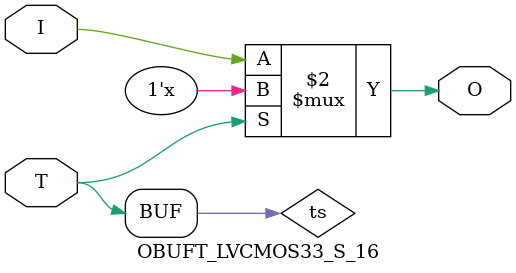
<source format=v>

/*

FUNCTION	: TRI-STATE OUTPUT BUFFER

*/

`celldefine
`timescale  100 ps / 10 ps

module OBUFT_LVCMOS33_S_16 (O, I, T);

    output O;

    input  I, T;

    or O1 (ts, 1'b0, T);
    bufif0 T1 (O, I, ts);

endmodule

</source>
